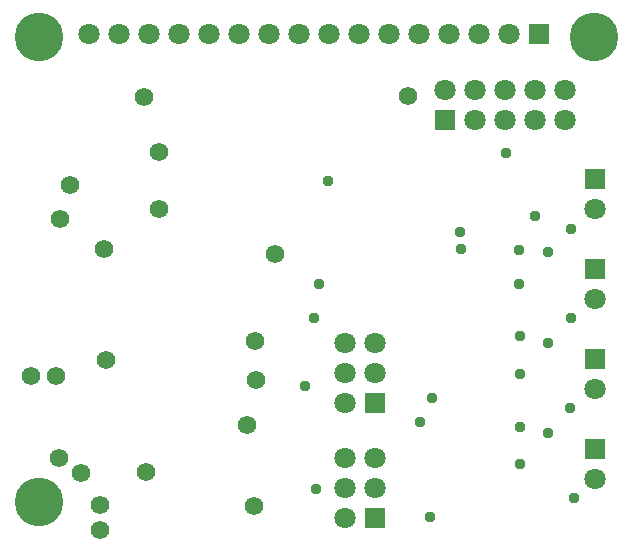
<source format=gbs>
%FSLAX25Y25*%
%MOIN*%
G70*
G01*
G75*
G04 Layer_Color=16711935*
%ADD10O,0.06693X0.01378*%
%ADD11R,0.03543X0.03150*%
%ADD12R,0.07284X0.09252*%
%ADD13R,0.03543X0.02756*%
%ADD14R,0.09449X0.03937*%
%ADD15R,0.05906X0.03937*%
%ADD16O,0.08661X0.02362*%
%ADD17R,0.03150X0.03543*%
%ADD18R,0.09449X0.12992*%
%ADD19R,0.09449X0.03937*%
%ADD20R,0.03937X0.05906*%
%ADD21R,0.06693X0.04331*%
%ADD22R,0.04331X0.06693*%
%ADD23R,0.24410X0.22835*%
%ADD24R,0.11811X0.06299*%
%ADD25R,0.02362X0.04331*%
%ADD26C,0.03000*%
%ADD27C,0.01500*%
%ADD28C,0.00800*%
%ADD29C,0.01000*%
%ADD30C,0.02500*%
%ADD31C,0.02000*%
%ADD32C,0.15000*%
%ADD33C,0.05906*%
%ADD34R,0.05906X0.05906*%
%ADD35R,0.05906X0.05906*%
%ADD36C,0.05000*%
%ADD37C,0.02500*%
%ADD38C,0.00984*%
%ADD39C,0.02362*%
%ADD40C,0.00787*%
%ADD41C,0.00300*%
%ADD42C,0.00600*%
%ADD43O,0.07893X0.02578*%
%ADD44R,0.04743X0.04350*%
%ADD45R,0.08483X0.10452*%
%ADD46R,0.04743X0.03956*%
%ADD47R,0.10649X0.05137*%
%ADD48R,0.07106X0.05137*%
%ADD49O,0.09861X0.03562*%
%ADD50R,0.04350X0.04743*%
%ADD51R,0.10649X0.14192*%
%ADD52R,0.10649X0.05137*%
%ADD53R,0.05137X0.07106*%
%ADD54R,0.07893X0.05531*%
%ADD55R,0.05531X0.07893*%
%ADD56R,0.25609X0.24035*%
%ADD57R,0.13011X0.07499*%
%ADD58R,0.03562X0.05531*%
%ADD59C,0.16200*%
%ADD60C,0.07106*%
%ADD61R,0.07106X0.07106*%
%ADD62R,0.07106X0.07106*%
%ADD63C,0.06200*%
%ADD64C,0.03700*%
D59*
X15000Y170000D02*
D03*
Y15000D02*
D03*
X200000Y170000D02*
D03*
D60*
X190300Y152200D02*
D03*
Y142200D02*
D03*
X180300Y152200D02*
D03*
Y142200D02*
D03*
X170300Y152200D02*
D03*
Y142200D02*
D03*
X160300Y152200D02*
D03*
Y142200D02*
D03*
X150300Y152200D02*
D03*
X117000Y9700D02*
D03*
X127000Y19700D02*
D03*
X117000D02*
D03*
X127000Y29700D02*
D03*
X117000D02*
D03*
X171400Y171000D02*
D03*
X161400D02*
D03*
X151400D02*
D03*
X141400D02*
D03*
X131400D02*
D03*
X121400D02*
D03*
X111400D02*
D03*
X101400D02*
D03*
X91400D02*
D03*
X81400D02*
D03*
X71400D02*
D03*
X61400D02*
D03*
X51400D02*
D03*
X41400D02*
D03*
X31400D02*
D03*
X117000Y47900D02*
D03*
X127000Y57900D02*
D03*
X117000D02*
D03*
X127000Y67900D02*
D03*
X117000D02*
D03*
X200250Y112550D02*
D03*
Y82550D02*
D03*
Y52550D02*
D03*
Y22550D02*
D03*
D61*
X150300Y142200D02*
D03*
X181400Y171000D02*
D03*
D62*
X127000Y9700D02*
D03*
Y47900D02*
D03*
X200250Y122550D02*
D03*
Y92550D02*
D03*
Y62550D02*
D03*
Y32550D02*
D03*
D63*
X20400Y57000D02*
D03*
X93500Y97800D02*
D03*
X84195Y40583D02*
D03*
X50400Y24900D02*
D03*
X86695Y13483D02*
D03*
X37200Y62400D02*
D03*
X87000Y68600D02*
D03*
X50000Y150100D02*
D03*
X137800Y150200D02*
D03*
X54900Y131800D02*
D03*
X87100Y55600D02*
D03*
X36700Y99300D02*
D03*
X12200Y57100D02*
D03*
X21500Y29700D02*
D03*
X28900Y24500D02*
D03*
X35200Y14100D02*
D03*
X35300Y5800D02*
D03*
X25200Y120700D02*
D03*
X22000Y109300D02*
D03*
X54800Y112700D02*
D03*
D64*
X170600Y131300D02*
D03*
X111343Y121957D02*
D03*
X155443Y99357D02*
D03*
X155243Y104957D02*
D03*
X180250Y110150D02*
D03*
X108343Y87657D02*
D03*
X174950Y99050D02*
D03*
Y87650D02*
D03*
X175132Y70468D02*
D03*
X175050Y57550D02*
D03*
X145251Y9827D02*
D03*
X141795Y41805D02*
D03*
X175132Y39932D02*
D03*
X175150Y27650D02*
D03*
X193050Y16450D02*
D03*
X184650Y38050D02*
D03*
X191850Y46250D02*
D03*
X184650Y68050D02*
D03*
X192250Y76250D02*
D03*
X184650Y98150D02*
D03*
X192050Y106050D02*
D03*
X107295Y19295D02*
D03*
X103539Y53539D02*
D03*
X145800Y49800D02*
D03*
X106700Y76200D02*
D03*
M02*

</source>
